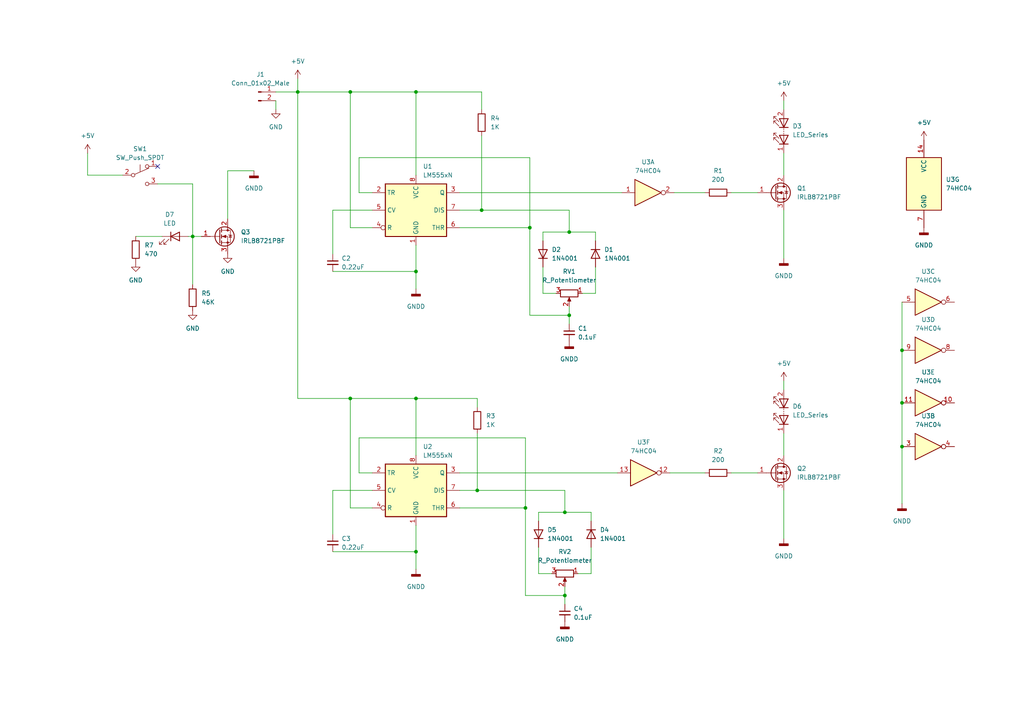
<source format=kicad_sch>
(kicad_sch (version 20211123) (generator eeschema)
  (paper "A4")
  (lib_symbols
    (symbol "74xx:74HC04"
      (property "Reference" "U" (at 0 1.27 0))
      (property "Value" "74HC04" (at 0 -1.27 0))
      (symbol "74HC04_1_0"
        (polyline (pts (xy -3.81 3.81) (xy -3.81 -3.81) (xy 3.81 0) (xy -3.81 3.81)) (stroke (width 0.254)) (fill (type background)))
        (pin input line (at -7.62 0 0) (length 3.81) (name "~") (number "1"))
        (pin output inverted (at 7.62 0 180) (length 3.81) (name "~") (number "2"))
      )
      (symbol "74HC04_2_0"
        (polyline (pts (xy -3.81 3.81) (xy -3.81 -3.81) (xy 3.81 0) (xy -3.81 3.81)) (stroke (width 0.254)) (fill (type background)))
        (pin input line (at -7.62 0 0) (length 3.81) (name "~") (number "3"))
        (pin output inverted (at 7.62 0 180) (length 3.81) (name "~") (number "4"))
      )
      (symbol "74HC04_3_0"
        (polyline (pts (xy -3.81 3.81) (xy -3.81 -3.81) (xy 3.81 0) (xy -3.81 3.81)) (stroke (width 0.254)) (fill (type background)))
        (pin input line (at -7.62 0 0) (length 3.81) (name "~") (number "5"))
        (pin output inverted (at 7.62 0 180) (length 3.81) (name "~") (number "6"))
      )
      (symbol "74HC04_4_0"
        (polyline (pts (xy -3.81 3.81) (xy -3.81 -3.81) (xy 3.81 0) (xy -3.81 3.81)) (stroke (width 0.254)) (fill (type background)))
        (pin output inverted (at 7.62 0 180) (length 3.81) (name "~") (number "8"))
        (pin input line (at -7.62 0 0) (length 3.81) (name "~") (number "9"))
      )
      (symbol "74HC04_5_0"
        (polyline (pts (xy -3.81 3.81) (xy -3.81 -3.81) (xy 3.81 0) (xy -3.81 3.81)) (stroke (width 0.254)) (fill (type background)))
        (pin output inverted (at 7.62 0 180) (length 3.81) (name "~") (number "10"))
        (pin input line (at -7.62 0 0) (length 3.81) (name "~") (number "11"))
      )
      (symbol "74HC04_6_0"
        (polyline (pts (xy -3.81 3.81) (xy -3.81 -3.81) (xy 3.81 0) (xy -3.81 3.81)) (stroke (width 0.254)) (fill (type background)))
        (pin output inverted (at 7.62 0 180) (length 3.81) (name "~") (number "12"))
        (pin input line (at -7.62 0 0) (length 3.81) (name "~") (number "13"))
      )
      (symbol "74HC04_7_0"
        (pin power_in line (at 0 12.7 270) (length 5.08) (name "VCC") (number "14"))
        (pin power_in line (at 0 -12.7 90) (length 5.08) (name "GND") (number "7"))
      )
      (symbol "74HC04_7_1"
        (rectangle (start -5.08 7.62) (end 5.08 -7.62) (stroke (width 0.254)) (fill (type background)))
      )
    )
    (symbol "Connector:Conn_01x02_Male" (pin_names (offset 1.016) hide)
      (property "Reference" "J" (at 0 2.54 0))
      (property "Value" "Conn_01x02_Male" (at 0 -5.08 0))
      (symbol "Conn_01x02_Male_1_1"
        (polyline (pts (xy 1.27 -2.54) (xy 0.8636 -2.54)) (stroke (width 0.1524)))
        (polyline (pts (xy 1.27 0) (xy 0.8636 0)) (stroke (width 0.1524)))
        (rectangle (start 0.8636 -2.413) (end 0 -2.667) (stroke (width 0.1524)) (fill (type outline)))
        (rectangle (start 0.8636 0.127) (end 0 -0.127) (stroke (width 0.1524)) (fill (type outline)))
        (pin passive line (at 5.08 0 180) (length 3.81) (name "Pin_1") (number "1"))
        (pin passive line (at 5.08 -2.54 180) (length 3.81) (name "Pin_2") (number "2"))
      )
    )
    (symbol "Device:C_Small" (pin_numbers hide) (pin_names (offset 0.254) hide)
      (property "Reference" "C" (at 0.254 1.778 0))
      (property "Value" "C_Small" (at 0.254 -2.032 0))
      (symbol "C_Small_0_1"
        (polyline (pts (xy -1.524 -0.508) (xy 1.524 -0.508)) (stroke (width 0.3302)))
        (polyline (pts (xy -1.524 0.508) (xy 1.524 0.508)) (stroke (width 0.3048)))
      )
      (symbol "C_Small_1_1"
        (pin passive line (at 0 2.54 270) (length 2.032) (name "~") (number "1"))
        (pin passive line (at 0 -2.54 90) (length 2.032) (name "~") (number "2"))
      )
    )
    (symbol "Device:LED" (pin_numbers hide) (pin_names (offset 1.016) hide)
      (property "Reference" "D" (at 0 2.54 0))
      (property "Value" "LED" (at 0 -2.54 0))
      (symbol "LED_0_1"
        (polyline (pts (xy -1.27 -1.27) (xy -1.27 1.27)) (stroke (width 0.254)))
        (polyline (pts (xy -1.27 0) (xy 1.27 0)))
        (polyline (pts (xy 1.27 -1.27) (xy 1.27 1.27) (xy -1.27 0) (xy 1.27 -1.27)) (stroke (width 0.254)))
        (polyline (pts (xy -3.048 -0.762) (xy -4.572 -2.286) (xy -3.81 -2.286) (xy -4.572 -2.286) (xy -4.572 -1.524)))
        (polyline (pts (xy -1.778 -0.762) (xy -3.302 -2.286) (xy -2.54 -2.286) (xy -3.302 -2.286) (xy -3.302 -1.524)))
      )
      (symbol "LED_1_1"
        (pin passive line (at -3.81 0 0) (length 2.54) (name "K") (number "1"))
        (pin passive line (at 3.81 0 180) (length 2.54) (name "A") (number "2"))
      )
    )
    (symbol "Device:LED_Series" (pin_names (offset 1.016) hide)
      (property "Reference" "D" (at 0 5.715 0))
      (property "Value" "LED_Series" (at 0 3.81 0))
      (symbol "LED_Series_0_1"
        (polyline (pts (xy -3.81 0) (xy -1.016 0)))
        (polyline (pts (xy -3.683 -1.27) (xy -3.683 1.27)) (stroke (width 0.254)))
        (polyline (pts (xy -0.508 0) (xy -0.762 0)))
        (polyline (pts (xy 0.127 0) (xy -0.127 0)))
        (polyline (pts (xy 0.508 0) (xy 0.762 0)))
        (polyline (pts (xy 1.016 0) (xy 3.81 0)))
        (polyline (pts (xy 1.143 -1.27) (xy 1.143 1.27)) (stroke (width 0.254)))
        (polyline (pts (xy -1.143 -1.27) (xy -1.143 1.27) (xy -3.683 0) (xy -1.143 -1.27)) (stroke (width 0.254)))
        (polyline (pts (xy 3.683 -1.27) (xy 3.683 1.27) (xy 1.143 0) (xy 3.683 -1.27)) (stroke (width 0.254)))
        (polyline (pts (xy -3.302 1.397) (xy -1.778 2.921) (xy -2.54 2.921) (xy -1.778 2.921) (xy -1.778 2.159)))
        (polyline (pts (xy -2.032 1.397) (xy -0.508 2.921) (xy -1.27 2.921) (xy -0.508 2.921) (xy -0.508 2.159)))
        (polyline (pts (xy 1.524 1.397) (xy 3.048 2.921) (xy 2.286 2.921) (xy 3.048 2.921) (xy 3.048 2.159)))
        (polyline (pts (xy 2.794 1.397) (xy 4.318 2.921) (xy 3.556 2.921) (xy 4.318 2.921) (xy 4.318 2.159)))
      )
      (symbol "LED_Series_1_1"
        (pin passive line (at -6.35 0 0) (length 2.54) (name "K") (number "1"))
        (pin passive line (at 6.35 0 180) (length 2.54) (name "A") (number "2"))
      )
    )
    (symbol "Device:R" (pin_numbers hide) (pin_names (offset 0))
      (property "Reference" "R" (at 2.032 0 90))
      (property "Value" "R" (at 0 0 90))
      (symbol "R_0_1"
        (rectangle (start -1.016 -2.54) (end 1.016 2.54) (stroke (width 0.254)))
      )
      (symbol "R_1_1"
        (pin passive line (at 0 3.81 270) (length 1.27) (name "~") (number "1"))
        (pin passive line (at 0 -3.81 90) (length 1.27) (name "~") (number "2"))
      )
    )
    (symbol "Device:R_Potentiometer" (pin_names (offset 1.016) hide)
      (property "Reference" "RV" (at -4.445 0 90))
      (property "Value" "R_Potentiometer" (at -2.54 0 90))
      (symbol "R_Potentiometer_0_1"
        (polyline (pts (xy 2.54 0) (xy 1.524 0)))
        (polyline (pts (xy 1.143 0) (xy 2.286 0.508) (xy 2.286 -0.508) (xy 1.143 0)) (fill (type outline)))
        (rectangle (start 1.016 2.54) (end -1.016 -2.54) (stroke (width 0.254)))
      )
      (symbol "R_Potentiometer_1_1"
        (pin passive line (at 0 3.81 270) (length 1.27) (name "1") (number "1"))
        (pin passive line (at 3.81 0 180) (length 1.27) (name "2") (number "2"))
        (pin passive line (at 0 -3.81 90) (length 1.27) (name "3") (number "3"))
      )
    )
    (symbol "Diode:1N4001" (pin_numbers hide) (pin_names (offset 1.016) hide)
      (property "Reference" "D" (at 0 2.54 0))
      (property "Value" "1N4001" (at 0 -2.54 0))
      (symbol "1N4001_0_1"
        (polyline (pts (xy -1.27 1.27) (xy -1.27 -1.27)) (stroke (width 0.254)))
        (polyline (pts (xy 1.27 0) (xy -1.27 0)))
        (polyline (pts (xy 1.27 1.27) (xy 1.27 -1.27) (xy -1.27 0) (xy 1.27 1.27)) (stroke (width 0.254)))
      )
      (symbol "1N4001_1_1"
        (pin passive line (at -3.81 0 0) (length 2.54) (name "K") (number "1"))
        (pin passive line (at 3.81 0 180) (length 2.54) (name "A") (number "2"))
      )
    )
    (symbol "Switch:SW_Push_SPDT" (pin_names (offset 0) hide)
      (property "Reference" "SW" (at 0 4.318 0))
      (property "Value" "SW_Push_SPDT" (at 0 -5.08 0))
      (symbol "SW_Push_SPDT_0_0"
        (circle (center -2.032 0) (radius 0.508))
        (polyline (pts (xy 0 1.016) (xy 0 3.048)))
        (circle (center 2.032 -2.54) (radius 0.508))
      )
      (symbol "SW_Push_SPDT_0_1"
        (polyline (pts (xy -1.524 0.254) (xy 2.54 2.032)))
        (circle (center 2.032 2.54) (radius 0.508))
      )
      (symbol "SW_Push_SPDT_1_1"
        (pin passive line (at 5.08 2.54 180) (length 2.54) (name "A") (number "1"))
        (pin passive line (at -5.08 0 0) (length 2.54) (name "B") (number "2"))
        (pin passive line (at 5.08 -2.54 180) (length 2.54) (name "C") (number "3"))
      )
    )
    (symbol "Timer:LM555xN"
      (property "Reference" "U" (at -10.16 8.89 0))
      (property "Value" "LM555xN" (at 2.54 8.89 0))
      (symbol "LM555xN_0_0"
        (pin power_in line (at 0 -10.16 90) (length 2.54) (name "GND") (number "1"))
        (pin power_in line (at 0 10.16 270) (length 2.54) (name "VCC") (number "8"))
      )
      (symbol "LM555xN_0_1"
        (rectangle (start -8.89 -7.62) (end 8.89 7.62) (stroke (width 0.254)) (fill (type background)))
        (rectangle (start -8.89 -7.62) (end 8.89 7.62) (stroke (width 0.254)) (fill (type background)))
      )
      (symbol "LM555xN_1_1"
        (pin input line (at -12.7 5.08 0) (length 3.81) (name "TR") (number "2"))
        (pin output line (at 12.7 5.08 180) (length 3.81) (name "Q") (number "3"))
        (pin input inverted (at -12.7 -5.08 0) (length 3.81) (name "R") (number "4"))
        (pin input line (at -12.7 0 0) (length 3.81) (name "CV") (number "5"))
        (pin input line (at 12.7 -5.08 180) (length 3.81) (name "THR") (number "6"))
        (pin input line (at 12.7 0 180) (length 3.81) (name "DIS") (number "7"))
      )
    )
    (symbol "Transistor_FET:IRLB8721PBF" (pin_names hide)
      (property "Reference" "Q" (at 6.35 1.905 0))
      (property "Value" "IRLB8721PBF" (at 6.35 0 0))
      (symbol "IRLB8721PBF_0_1"
        (polyline (pts (xy 0.254 0) (xy -2.54 0)))
        (polyline (pts (xy 0.254 1.905) (xy 0.254 -1.905)) (stroke (width 0.254)))
        (polyline (pts (xy 0.762 -1.27) (xy 0.762 -2.286)) (stroke (width 0.254)))
        (polyline (pts (xy 0.762 0.508) (xy 0.762 -0.508)) (stroke (width 0.254)))
        (polyline (pts (xy 0.762 2.286) (xy 0.762 1.27)) (stroke (width 0.254)))
        (polyline (pts (xy 2.54 2.54) (xy 2.54 1.778)))
        (polyline (pts (xy 2.54 -2.54) (xy 2.54 0) (xy 0.762 0)))
        (polyline (pts (xy 0.762 -1.778) (xy 3.302 -1.778) (xy 3.302 1.778) (xy 0.762 1.778)))
        (polyline (pts (xy 1.016 0) (xy 2.032 0.381) (xy 2.032 -0.381) (xy 1.016 0)) (fill (type outline)))
        (polyline (pts (xy 2.794 0.508) (xy 2.921 0.381) (xy 3.683 0.381) (xy 3.81 0.254)))
        (polyline (pts (xy 3.302 0.381) (xy 2.921 -0.254) (xy 3.683 -0.254) (xy 3.302 0.381)))
        (circle (center 1.651 0) (radius 2.794) (stroke (width 0.254)))
        (circle (center 2.54 -1.778) (radius 0.254) (fill (type outline)))
        (circle (center 2.54 1.778) (radius 0.254) (fill (type outline)))
      )
      (symbol "IRLB8721PBF_1_1"
        (pin input line (at -5.08 0 0) (length 2.54) (name "G") (number "1"))
        (pin passive line (at 2.54 5.08 270) (length 2.54) (name "D") (number "2"))
        (pin passive line (at 2.54 -5.08 90) (length 2.54) (name "S") (number "3"))
      )
    )
    (symbol "power:+5V" (power) (pin_names (offset 0))
      (property "Value" "+5V" (at 0 3.556 0))
      (symbol "+5V_0_1"
        (polyline (pts (xy -0.762 1.27) (xy 0 2.54)))
        (polyline (pts (xy 0 0) (xy 0 2.54)))
        (polyline (pts (xy 0 2.54) (xy 0.762 1.27)))
      )
      (symbol "+5V_1_1"
        (pin power_in line (at 0 0 90) (length 0) hide (name "+5V") (number "1"))
      )
    )
    (symbol "power:GND" (power) (pin_names (offset 0))
      (property "Value" "GND" (at 0 -3.81 0))
      (symbol "GND_0_1"
        (polyline (pts (xy 0 0) (xy 0 -1.27) (xy 1.27 -1.27) (xy 0 -2.54) (xy -1.27 -1.27) (xy 0 -1.27)))
      )
      (symbol "GND_1_1"
        (pin power_in line (at 0 0 270) (length 0) hide (name "GND") (number "1"))
      )
    )
    (symbol "power:GNDD" (power) (pin_names (offset 0))
      (property "Value" "GNDD" (at 0 -3.175 0))
      (symbol "GNDD_0_1"
        (rectangle (start -1.27 -1.524) (end 1.27 -2.032) (stroke (width 0.254)) (fill (type outline)))
        (polyline (pts (xy 0 0) (xy 0 -1.524)))
      )
      (symbol "GNDD_1_1"
        (pin power_in line (at 0 0 270) (length 0) hide (name "GNDD") (number "1"))
      )
    )
  )
  (junction (at 152.4 147.32))
  (junction (at 120.65 115.57))
  (junction (at 153.67 66.04))
  (junction (at 55.88 68.58))
  (junction (at 101.6 26.67))
  (junction (at 86.36 26.67))
  (junction (at 138.43 142.24))
  (junction (at 165.1 67.31))
  (junction (at 120.65 78.74))
  (junction (at 163.83 172.72))
  (junction (at 139.7 60.96))
  (junction (at 261.62 101.6))
  (junction (at 120.65 26.67))
  (junction (at 261.62 129.54))
  (junction (at 101.6 115.57))
  (junction (at 165.1 91.44))
  (junction (at 261.62 116.84))
  (junction (at 120.65 160.02))
  (junction (at 163.83 148.59))
  (no_connect (at 45.72 48.26))
  (wire (pts (xy 156.21 148.59) (xy 163.83 148.59)))
  (wire (pts (xy 261.62 129.54) (xy 261.62 146.05)))
  (wire (pts (xy 153.67 45.72) (xy 153.67 66.04)))
  (wire (pts (xy 120.65 152.4) (xy 120.65 160.02)))
  (wire (pts (xy 172.72 85.09) (xy 168.91 85.09)))
  (wire (pts (xy 157.48 69.85) (xy 157.48 67.31)))
  (wire (pts (xy 120.65 71.12) (xy 120.65 78.74)))
  (wire (pts (xy 104.14 137.16) (xy 104.14 127)))
  (wire (pts (xy 163.83 170.18) (xy 163.83 172.72)))
  (wire (pts (xy 101.6 26.67) (xy 120.65 26.67)))
  (wire (pts (xy 139.7 39.37) (xy 139.7 60.96)))
  (wire (pts (xy 139.7 60.96) (xy 165.1 60.96)))
  (wire (pts (xy 35.56 50.8) (xy 25.4 50.8)))
  (wire (pts (xy 163.83 142.24) (xy 163.83 148.59)))
  (wire (pts (xy 227.33 29.21) (xy 227.33 31.75)))
  (wire (pts (xy 261.62 87.63) (xy 261.62 101.6)))
  (wire (pts (xy 120.65 160.02) (xy 120.65 165.1)))
  (wire (pts (xy 133.35 142.24) (xy 138.43 142.24)))
  (wire (pts (xy 156.21 151.13) (xy 156.21 148.59)))
  (wire (pts (xy 104.14 45.72) (xy 153.67 45.72)))
  (wire (pts (xy 163.83 172.72) (xy 163.83 175.26)))
  (wire (pts (xy 96.52 160.02) (xy 120.65 160.02)))
  (wire (pts (xy 101.6 115.57) (xy 120.65 115.57)))
  (wire (pts (xy 86.36 22.86) (xy 86.36 26.67)))
  (wire (pts (xy 58.42 68.58) (xy 55.88 68.58)))
  (wire (pts (xy 120.65 26.67) (xy 139.7 26.67)))
  (wire (pts (xy 133.35 55.88) (xy 180.34 55.88)))
  (wire (pts (xy 227.33 110.49) (xy 227.33 113.03)))
  (wire (pts (xy 227.33 60.96) (xy 227.33 74.93)))
  (wire (pts (xy 139.7 26.67) (xy 139.7 31.75)))
  (wire (pts (xy 133.35 137.16) (xy 179.07 137.16)))
  (wire (pts (xy 104.14 127) (xy 152.4 127)))
  (wire (pts (xy 107.95 55.88) (xy 104.14 55.88)))
  (wire (pts (xy 157.48 85.09) (xy 161.29 85.09)))
  (wire (pts (xy 152.4 127) (xy 152.4 147.32)))
  (wire (pts (xy 171.45 166.37) (xy 167.64 166.37)))
  (wire (pts (xy 80.01 29.21) (xy 80.01 31.75)))
  (wire (pts (xy 133.35 60.96) (xy 139.7 60.96)))
  (wire (pts (xy 101.6 26.67) (xy 101.6 66.04)))
  (wire (pts (xy 227.33 125.73) (xy 227.33 132.08)))
  (wire (pts (xy 96.52 60.96) (xy 107.95 60.96)))
  (wire (pts (xy 133.35 66.04) (xy 153.67 66.04)))
  (wire (pts (xy 133.35 147.32) (xy 152.4 147.32)))
  (wire (pts (xy 107.95 66.04) (xy 101.6 66.04)))
  (wire (pts (xy 261.62 101.6) (xy 261.62 116.84)))
  (wire (pts (xy 212.09 137.16) (xy 219.71 137.16)))
  (wire (pts (xy 156.21 158.75) (xy 156.21 166.37)))
  (wire (pts (xy 172.72 77.47) (xy 172.72 85.09)))
  (wire (pts (xy 101.6 115.57) (xy 86.36 115.57)))
  (wire (pts (xy 152.4 172.72) (xy 163.83 172.72)))
  (wire (pts (xy 96.52 60.96) (xy 96.52 73.66)))
  (wire (pts (xy 195.58 55.88) (xy 204.47 55.88)))
  (wire (pts (xy 86.36 26.67) (xy 86.36 115.57)))
  (wire (pts (xy 101.6 147.32) (xy 101.6 115.57)))
  (wire (pts (xy 120.65 78.74) (xy 120.65 83.82)))
  (wire (pts (xy 73.66 49.53) (xy 66.04 49.53)))
  (wire (pts (xy 120.65 115.57) (xy 120.65 132.08)))
  (wire (pts (xy 153.67 66.04) (xy 153.67 91.44)))
  (wire (pts (xy 96.52 142.24) (xy 96.52 154.94)))
  (wire (pts (xy 171.45 148.59) (xy 171.45 151.13)))
  (wire (pts (xy 80.01 26.67) (xy 86.36 26.67)))
  (wire (pts (xy 55.88 53.34) (xy 55.88 68.58)))
  (wire (pts (xy 45.72 53.34) (xy 55.88 53.34)))
  (wire (pts (xy 96.52 142.24) (xy 107.95 142.24)))
  (wire (pts (xy 171.45 158.75) (xy 171.45 166.37)))
  (wire (pts (xy 165.1 88.9) (xy 165.1 91.44)))
  (wire (pts (xy 39.37 68.58) (xy 46.99 68.58)))
  (wire (pts (xy 227.33 142.24) (xy 227.33 156.21)))
  (wire (pts (xy 55.88 68.58) (xy 55.88 82.55)))
  (wire (pts (xy 55.88 68.58) (xy 54.61 68.58)))
  (wire (pts (xy 172.72 67.31) (xy 172.72 69.85)))
  (wire (pts (xy 156.21 166.37) (xy 160.02 166.37)))
  (wire (pts (xy 163.83 148.59) (xy 171.45 148.59)))
  (wire (pts (xy 107.95 137.16) (xy 104.14 137.16)))
  (wire (pts (xy 104.14 55.88) (xy 104.14 45.72)))
  (wire (pts (xy 194.31 137.16) (xy 204.47 137.16)))
  (wire (pts (xy 66.04 49.53) (xy 66.04 63.5)))
  (wire (pts (xy 165.1 91.44) (xy 165.1 93.98)))
  (wire (pts (xy 138.43 125.73) (xy 138.43 142.24)))
  (wire (pts (xy 107.95 147.32) (xy 101.6 147.32)))
  (wire (pts (xy 120.65 26.67) (xy 120.65 50.8)))
  (wire (pts (xy 153.67 91.44) (xy 165.1 91.44)))
  (wire (pts (xy 227.33 44.45) (xy 227.33 50.8)))
  (wire (pts (xy 165.1 60.96) (xy 165.1 67.31)))
  (wire (pts (xy 212.09 55.88) (xy 219.71 55.88)))
  (wire (pts (xy 96.52 78.74) (xy 120.65 78.74)))
  (wire (pts (xy 138.43 142.24) (xy 163.83 142.24)))
  (wire (pts (xy 25.4 50.8) (xy 25.4 44.45)))
  (wire (pts (xy 157.48 67.31) (xy 165.1 67.31)))
  (wire (pts (xy 165.1 67.31) (xy 172.72 67.31)))
  (wire (pts (xy 157.48 77.47) (xy 157.48 85.09)))
  (wire (pts (xy 120.65 115.57) (xy 138.43 115.57)))
  (wire (pts (xy 101.6 26.67) (xy 86.36 26.67)))
  (wire (pts (xy 152.4 147.32) (xy 152.4 172.72)))
  (wire (pts (xy 261.62 116.84) (xy 261.62 129.54)))
  (wire (pts (xy 138.43 115.57) (xy 138.43 118.11)))
  (symbol (lib_id "power:+5V") (at 227.33 110.49 0) (unit 1)
    (property "Reference" "#PWR0107" (effects hide))
    (property "Value" "+5V" (at 227.33 105.41 0))
  )
  (symbol (lib_id "Device:LED_Series") (at 227.33 119.38 90) (unit 1)
    (property "Reference" "D6" (at 229.87 117.8559 90) (effects (justify right)))
    (property "Value" "LED_Series" (at 229.87 120.3959 90) (effects (justify right)))
    (property "Footprint" "Connector_PinHeader_2.54mm:PinHeader_1x02_P2.54mm_Vertical" (effects hide))
  )
  (symbol (lib_id "Diode:1N4001") (at 157.48 73.66 90) (unit 1)
    (property "Reference" "D2" (at 160.02 72.3899 90) (effects (justify right)))
    (property "Value" "1N4001" (at 160.02 74.9299 90) (effects (justify right)))
    (property "Footprint" "Diode_THT:D_A-405_P7.62mm_Horizontal" (effects hide))
    (property "Datasheet" "http://www.vishay.com/docs/88503/1n4001.pdf" (effects hide))
  )
  (symbol (lib_id "power:+5V") (at 25.4 44.45 0) (unit 1)
    (property "Reference" "#PWR0112" (effects hide))
    (property "Value" "+5V" (at 25.4 39.37 0))
  )
  (symbol (lib_id "power:GNDD") (at 120.65 83.82 0) (unit 1)
    (property "Reference" "#PWR0105" (effects hide))
    (property "Value" "GNDD" (at 120.65 88.9 0))
  )
  (symbol (lib_id "power:GNDD") (at 73.66 49.53 0) (unit 1)
    (property "Reference" "#PWR0115" (effects hide))
    (property "Value" "GNDD" (at 73.66 54.61 0))
  )
  (symbol (lib_id "power:GND") (at 39.37 76.2 0) (unit 1)
    (property "Reference" "#PWR0114" (effects hide))
    (property "Value" "GND" (at 39.37 81.28 0))
  )
  (symbol (lib_id "Switch:SW_Push_SPDT") (at 40.64 50.8 0) (unit 1)
    (property "Reference" "SW1" (at 40.64 43.18 0))
    (property "Value" "SW_Push_SPDT" (at 40.64 45.72 0))
    (property "Footprint" "Button_Switch_THT:SW_Push_1P2T_Vertical_E-Switch_800UDP8P1A1M6" (effects hide))
  )
  (symbol (lib_id "Device:R_Potentiometer") (at 163.83 166.37 270) (unit 1)
    (property "Reference" "RV2" (at 163.83 160.02 90))
    (property "Value" "R_Potentiometer" (at 163.83 162.56 90))
    (property "Footprint" "Potentiometer_THT:Potentiometer_Alps_RK163_Single_Horizontal" (effects hide))
  )
  (symbol (lib_id "Diode:1N4001") (at 172.72 73.66 270) (unit 1)
    (property "Reference" "D1" (at 175.26 72.3899 90) (effects (justify left)))
    (property "Value" "1N4001" (at 175.26 74.9299 90) (effects (justify left)))
    (property "Footprint" "Diode_THT:D_A-405_P7.62mm_Horizontal" (effects hide))
    (property "Datasheet" "http://www.vishay.com/docs/88503/1n4001.pdf" (effects hide))
  )
  (symbol (lib_id "Transistor_FET:IRLB8721PBF") (at 63.5 68.58 0) (unit 1)
    (property "Reference" "Q3" (at 69.85 67.3099 0) (effects (justify left)))
    (property "Value" "IRLB8721PBF" (at 69.85 69.8499 0) (effects (justify left)))
    (property "Footprint" "Package_TO_SOT_THT:TO-220-3_Vertical" (effects hide))
    (property "Datasheet" "http://www.infineon.com/dgdl/irlb8721pbf.pdf?fileId=5546d462533600a40153566056732591" (effects hide))
  )
  (symbol (lib_id "power:GNDD") (at 227.33 156.21 0) (unit 1)
    (property "Reference" "#PWR0110" (effects hide))
    (property "Value" "GNDD" (at 227.33 161.29 0))
  )
  (symbol (lib_id "Device:C_Small") (at 163.83 177.8 0) (unit 1)
    (property "Reference" "C4" (at 166.37 176.5362 0) (effects (justify left)))
    (property "Value" "0.1uF" (at 166.37 179.0762 0) (effects (justify left)))
    (property "Footprint" "Capacitor_THT:C_Disc_D9.0mm_W2.5mm_P5.00mm" (effects hide))
  )
  (symbol (lib_id "power:GNDD") (at 261.62 146.05 0) (unit 1)
    (property "Reference" "#PWR0109" (effects hide))
    (property "Value" "GNDD" (at 261.62 151.13 0))
  )
  (symbol (lib_id "Device:LED") (at 50.8 68.58 0) (unit 1)
    (property "Reference" "D7" (at 49.2125 62.23 0))
    (property "Value" "LED" (at 49.2125 64.77 0))
    (property "Footprint" "LED_THT:LED_D5.0mm" (effects hide))
  )
  (symbol (lib_id "74xx:74HC04") (at 269.24 129.54 0) (unit 2)
    (property "Reference" "U3" (at 269.24 120.65 0))
    (property "Value" "74HC04" (at 269.24 123.19 0))
    (property "Footprint" "Package_DIP:DIP-14_W7.62mm_LongPads" (effects hide))
    (property "Datasheet" "https://assets.nexperia.com/documents/data-sheet/74HC_HCT04.pdf" (effects hide))
  )
  (symbol (lib_id "Device:C_Small") (at 96.52 157.48 0) (unit 1)
    (property "Reference" "C3" (at 99.06 156.2162 0) (effects (justify left)))
    (property "Value" "0.22uF" (at 99.06 158.7562 0) (effects (justify left)))
    (property "Footprint" "Capacitor_THT:C_Disc_D9.0mm_W2.5mm_P5.00mm" (effects hide))
  )
  (symbol (lib_id "Device:R") (at 55.88 86.36 0) (unit 1)
    (property "Reference" "R5" (at 58.42 85.0899 0) (effects (justify left)))
    (property "Value" "46K" (at 58.42 87.6299 0) (effects (justify left)))
    (property "Footprint" "Resistor_THT:R_Axial_DIN0207_L6.3mm_D2.5mm_P2.54mm_Vertical" (effects hide))
  )
  (symbol (lib_id "Timer:LM555xN") (at 120.65 142.24 0) (unit 1)
    (property "Reference" "U2" (at 122.6694 129.54 0) (effects (justify left)))
    (property "Value" "LM555xN" (at 122.6694 132.08 0) (effects (justify left)))
    (property "Footprint" "Package_DIP:DIP-8_W7.62mm" (effects hide))
    (property "Datasheet" "http://www.ti.com/lit/ds/symlink/lm555.pdf" (effects hide))
  )
  (symbol (lib_id "Device:R") (at 208.28 55.88 90) (unit 1)
    (property "Reference" "R1" (at 208.28 49.53 90))
    (property "Value" "200" (at 208.28 52.07 90))
    (property "Footprint" "Resistor_THT:R_Axial_DIN0207_L6.3mm_D2.5mm_P2.54mm_Vertical" (effects hide))
  )
  (symbol (lib_id "Timer:LM555xN") (at 120.65 60.96 0) (unit 1)
    (property "Reference" "U1" (at 122.6694 48.26 0) (effects (justify left)))
    (property "Value" "LM555xN" (at 122.6694 50.8 0) (effects (justify left)))
    (property "Footprint" "Package_DIP:DIP-8_W7.62mm" (effects hide))
    (property "Datasheet" "http://www.ti.com/lit/ds/symlink/lm555.pdf" (effects hide))
  )
  (symbol (lib_id "power:+5V") (at 267.97 40.64 0) (unit 1)
    (property "Reference" "#PWR02" (effects hide))
    (property "Value" "+5V" (at 267.97 35.56 0))
  )
  (symbol (lib_id "power:+5V") (at 227.33 29.21 0) (unit 1)
    (property "Reference" "#PWR0108" (effects hide))
    (property "Value" "+5V" (at 227.33 24.13 0))
  )
  (symbol (lib_id "power:GNDD") (at 120.65 165.1 0) (unit 1)
    (property "Reference" "#PWR0111" (effects hide))
    (property "Value" "GNDD" (at 120.65 170.18 0))
  )
  (symbol (lib_id "power:GND") (at 66.04 73.66 0) (unit 1)
    (property "Reference" "#PWR0116" (effects hide))
    (property "Value" "GND" (at 66.04 78.74 0))
  )
  (symbol (lib_id "power:+5V") (at 86.36 22.86 0) (unit 1)
    (property "Reference" "#PWR0104" (effects hide))
    (property "Value" "+5V" (at 86.36 17.78 0))
  )
  (symbol (lib_id "74xx:74HC04") (at 187.96 55.88 0) (unit 1)
    (property "Reference" "U3" (at 187.96 46.99 0))
    (property "Value" "74HC04" (at 187.96 49.53 0))
    (property "Footprint" "Package_DIP:DIP-14_W7.62mm_LongPads" (effects hide))
    (property "Datasheet" "https://assets.nexperia.com/documents/data-sheet/74HC_HCT04.pdf" (effects hide))
  )
  (symbol (lib_id "Device:R") (at 208.28 137.16 90) (unit 1)
    (property "Reference" "R2" (at 208.28 130.81 90))
    (property "Value" "200" (at 208.28 133.35 90))
    (property "Footprint" "Resistor_THT:R_Axial_DIN0207_L6.3mm_D2.5mm_P2.54mm_Vertical" (effects hide))
  )
  (symbol (lib_id "power:GNDD") (at 227.33 74.93 0) (unit 1)
    (property "Reference" "#PWR0102" (effects hide))
    (property "Value" "GNDD" (at 227.33 80.01 0))
  )
  (symbol (lib_id "power:GND") (at 55.88 90.17 0) (unit 1)
    (property "Reference" "#PWR0113" (effects hide))
    (property "Value" "GND" (at 55.88 95.25 0))
  )
  (symbol (lib_id "Device:R_Potentiometer") (at 165.1 85.09 270) (unit 1)
    (property "Reference" "RV1" (at 165.1 78.74 90))
    (property "Value" "R_Potentiometer" (at 165.1 81.28 90))
    (property "Footprint" "Potentiometer_THT:Potentiometer_Alps_RK163_Single_Horizontal" (effects hide))
  )
  (symbol (lib_id "74xx:74HC04") (at 269.24 116.84 0) (unit 5)
    (property "Reference" "U3" (at 269.24 107.95 0))
    (property "Value" "74HC04" (at 269.24 110.49 0))
    (property "Footprint" "Package_DIP:DIP-14_W7.62mm_LongPads" (effects hide))
    (property "Datasheet" "https://assets.nexperia.com/documents/data-sheet/74HC_HCT04.pdf" (effects hide))
  )
  (symbol (lib_id "Transistor_FET:IRLB8721PBF") (at 224.79 55.88 0) (unit 1)
    (property "Reference" "Q1" (at 231.14 54.6099 0) (effects (justify left)))
    (property "Value" "IRLB8721PBF" (at 231.14 57.1499 0) (effects (justify left)))
    (property "Footprint" "Package_TO_SOT_THT:TO-220-3_Vertical" (effects hide))
    (property "Datasheet" "http://www.infineon.com/dgdl/irlb8721pbf.pdf?fileId=5546d462533600a40153566056732591" (effects hide))
  )
  (symbol (lib_id "Device:C_Small") (at 165.1 96.52 0) (unit 1)
    (property "Reference" "C1" (at 167.64 95.2562 0) (effects (justify left)))
    (property "Value" "0.1uF" (at 167.64 97.7962 0) (effects (justify left)))
    (property "Footprint" "Capacitor_THT:C_Disc_D9.0mm_W2.5mm_P5.00mm" (effects hide))
  )
  (symbol (lib_id "Diode:1N4001") (at 156.21 154.94 90) (unit 1)
    (property "Reference" "D5" (at 158.75 153.6699 90) (effects (justify right)))
    (property "Value" "1N4001" (at 158.75 156.2099 90) (effects (justify right)))
    (property "Footprint" "Diode_THT:D_A-405_P7.62mm_Horizontal" (effects hide))
    (property "Datasheet" "http://www.vishay.com/docs/88503/1n4001.pdf" (effects hide))
  )
  (symbol (lib_id "power:GNDD") (at 267.97 66.04 0) (unit 1)
    (property "Reference" "#PWR0103" (effects hide))
    (property "Value" "GNDD" (at 267.97 71.12 0))
  )
  (symbol (lib_id "Connector:Conn_01x02_Male") (at 74.93 26.67 0) (unit 1)
    (property "Reference" "J1" (at 75.565 21.59 0))
    (property "Value" "Conn_01x02_Male" (at 75.565 24.13 0))
    (property "Footprint" "Connector_PinHeader_2.54mm:PinHeader_1x02_P2.54mm_Vertical" (effects hide))
  )
  (symbol (lib_id "Diode:1N4001") (at 171.45 154.94 270) (unit 1)
    (property "Reference" "D4" (at 173.99 153.6699 90) (effects (justify left)))
    (property "Value" "1N4001" (at 173.99 156.2099 90) (effects (justify left)))
    (property "Footprint" "Diode_THT:D_A-405_P7.62mm_Horizontal" (effects hide))
    (property "Datasheet" "http://www.vishay.com/docs/88503/1n4001.pdf" (effects hide))
  )
  (symbol (lib_id "74xx:74HC04") (at 186.69 137.16 0) (unit 6)
    (property "Reference" "U3" (at 186.69 128.27 0))
    (property "Value" "74HC04" (at 186.69 130.81 0))
    (property "Footprint" "Package_DIP:DIP-14_W7.62mm_LongPads" (effects hide))
    (property "Datasheet" "https://assets.nexperia.com/documents/data-sheet/74HC_HCT04.pdf" (effects hide))
  )
  (symbol (lib_id "74xx:74HC04") (at 269.24 101.6 0) (unit 4)
    (property "Reference" "U3" (at 269.24 92.71 0))
    (property "Value" "74HC04" (at 269.24 95.25 0))
    (property "Footprint" "Package_DIP:DIP-14_W7.62mm_LongPads" (effects hide))
    (property "Datasheet" "https://assets.nexperia.com/documents/data-sheet/74HC_HCT04.pdf" (effects hide))
  )
  (symbol (lib_id "Device:R") (at 39.37 72.39 0) (unit 1)
    (property "Reference" "R7" (at 41.91 71.1199 0) (effects (justify left)))
    (property "Value" "470" (at 41.91 73.6599 0) (effects (justify left)))
    (property "Footprint" "Resistor_THT:R_Axial_DIN0207_L6.3mm_D2.5mm_P2.54mm_Vertical" (effects hide))
  )
  (symbol (lib_id "power:GNDD") (at 163.83 180.34 0) (unit 1)
    (property "Reference" "#PWR0106" (effects hide))
    (property "Value" "GNDD" (at 163.83 185.42 0))
  )
  (symbol (lib_id "power:GND") (at 80.01 31.75 0) (unit 1)
    (property "Reference" "#PWR0117" (effects hide))
    (property "Value" "GND" (at 80.01 36.83 0))
  )
  (symbol (lib_id "Device:R") (at 139.7 35.56 0) (unit 1)
    (property "Reference" "R4" (at 142.24 34.2899 0) (effects (justify left)))
    (property "Value" "1K" (at 142.24 36.8299 0) (effects (justify left)))
    (property "Footprint" "Resistor_THT:R_Axial_DIN0207_L6.3mm_D2.5mm_P2.54mm_Vertical" (effects hide))
  )
  (symbol (lib_id "74xx:74HC04") (at 269.24 87.63 0) (unit 3)
    (property "Reference" "U3" (at 269.24 78.74 0))
    (property "Value" "74HC04" (at 269.24 81.28 0))
    (property "Footprint" "Package_DIP:DIP-14_W7.62mm_LongPads" (effects hide))
    (property "Datasheet" "https://assets.nexperia.com/documents/data-sheet/74HC_HCT04.pdf" (effects hide))
  )
  (symbol (lib_id "Device:C_Small") (at 96.52 76.2 0) (unit 1)
    (property "Reference" "C2" (at 99.06 74.9362 0) (effects (justify left)))
    (property "Value" "0.22uF" (at 99.06 77.4762 0) (effects (justify left)))
    (property "Footprint" "Capacitor_THT:C_Disc_D9.0mm_W2.5mm_P5.00mm" (effects hide))
  )
  (symbol (lib_id "74xx:74HC04") (at 267.97 53.34 0) (unit 7)
    (property "Reference" "U3" (at 274.32 52.0699 0) (effects (justify left)))
    (property "Value" "74HC04" (at 274.32 54.6099 0) (effects (justify left)))
    (property "Footprint" "Package_DIP:DIP-14_W7.62mm_LongPads" (effects hide))
    (property "Datasheet" "https://assets.nexperia.com/documents/data-sheet/74HC_HCT04.pdf" (effects hide))
  )
  (symbol (lib_id "Device:R") (at 138.43 121.92 0) (unit 1)
    (property "Reference" "R3" (at 140.97 120.6499 0) (effects (justify left)))
    (property "Value" "1K" (at 140.97 123.1899 0) (effects (justify left)))
    (property "Footprint" "Resistor_THT:R_Axial_DIN0207_L6.3mm_D2.5mm_P2.54mm_Vertical" (effects hide))
  )
  (symbol (lib_id "power:GNDD") (at 165.1 99.06 0) (unit 1)
    (property "Reference" "#PWR0101" (effects hide))
    (property "Value" "GNDD" (at 165.1 104.14 0))
  )
  (symbol (lib_id "Transistor_FET:IRLB8721PBF") (at 224.79 137.16 0) (unit 1)
    (property "Reference" "Q2" (at 231.14 135.8899 0) (effects (justify left)))
    (property "Value" "IRLB8721PBF" (at 231.14 138.4299 0) (effects (justify left)))
    (property "Footprint" "Package_TO_SOT_THT:TO-220-3_Vertical" (effects hide))
    (property "Datasheet" "http://www.infineon.com/dgdl/irlb8721pbf.pdf?fileId=5546d462533600a40153566056732591" (effects hide))
  )
  (symbol (lib_id "Device:LED_Series") (at 227.33 38.1 90) (unit 1)
    (property "Reference" "D3" (at 229.87 36.5759 90) (effects (justify right)))
    (property "Value" "LED_Series" (at 229.87 39.1159 90) (effects (justify right)))
    (property "Footprint" "Connector_PinHeader_2.54mm:PinHeader_1x02_P2.54mm_Vertical" (effects hide))
  )
)
</source>
